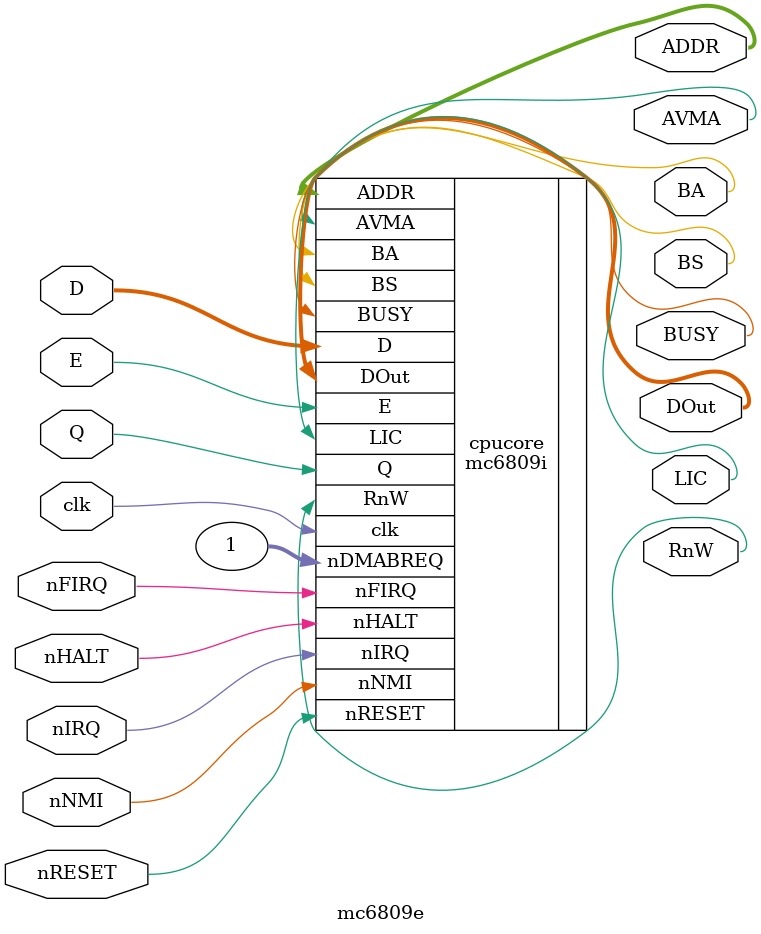
<source format=v>
`timescale 1ns / 1ps
module mc6809e(
    input   clk,
    input   [7:0] D,
    output  [7:0] DOut,
    output  [15:0] ADDR,
    output  RnW,
    input   E,
    input   Q,
    output  BS,
    output  BA,
    input   nIRQ,
    input   nFIRQ,
    input   nNMI,
    output  AVMA,
    output  BUSY,
    output  LIC,
    input 	nHALT,	 
    input   nRESET

    );



mc6809i cpucore (.clk(clk), .D(D), .DOut(DOut), .ADDR(ADDR), .RnW(RnW), .E(E), .Q(Q), .BS(BS), .BA(BA), .nIRQ(nIRQ), .nFIRQ(nFIRQ), 
                .nNMI(nNMI), .AVMA(AVMA), .BUSY(BUSY), .LIC(LIC), .nHALT(nHALT), .nRESET(nRESET), .nDMABREQ(1)
                );


endmodule

</source>
